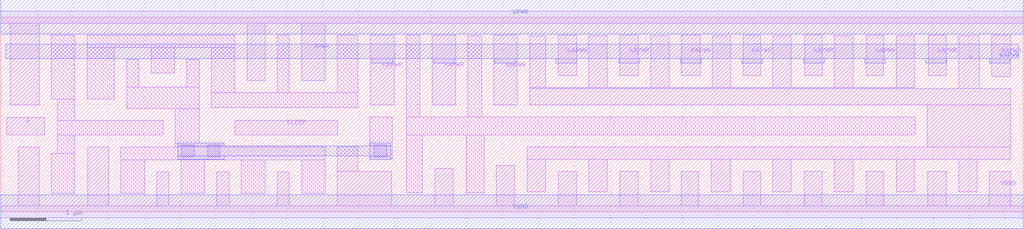
<source format=lef>
# Copyright 2020 The SkyWater PDK Authors
#
# Licensed under the Apache License, Version 2.0 (the "License");
# you may not use this file except in compliance with the License.
# You may obtain a copy of the License at
#
#     https://www.apache.org/licenses/LICENSE-2.0
#
# Unless required by applicable law or agreed to in writing, software
# distributed under the License is distributed on an "AS IS" BASIS,
# WITHOUT WARRANTIES OR CONDITIONS OF ANY KIND, either express or implied.
# See the License for the specific language governing permissions and
# limitations under the License.
#
# SPDX-License-Identifier: Apache-2.0

VERSION 5.5 ;
NAMESCASESENSITIVE ON ;
BUSBITCHARS "[]" ;
DIVIDERCHAR "/" ;
MACRO sky130_fd_sc_hd__lpflow_isobufsrckapwr_16
  CLASS CORE ;
  SOURCE USER ;
  ORIGIN  0.000000  0.000000 ;
  SIZE  14.26000 BY  2.720000 ;
  SYMMETRY X Y R90 ;
  SITE unithd ;
  PIN A
    ANTENNAGATEAREA  0.247500 ;
    DIRECTION INPUT ;
    USE SIGNAL ;
    PORT
      LAYER li1 ;
        RECT 0.085000 1.075000 0.615000 1.320000 ;
    END
  END A
  PIN SLEEP
    ANTENNAGATEAREA  0.990000 ;
    DIRECTION INPUT ;
    USE SIGNAL ;
    PORT
      LAYER li1 ;
        RECT 3.260000 1.075000 4.700000 1.275000 ;
    END
  END SLEEP
  PIN X
    ANTENNADIFFAREA  3.180800 ;
    DIRECTION OUTPUT ;
    USE SIGNAL ;
    PORT
      LAYER li1 ;
        RECT  7.340000 0.280000  7.600000 0.735000 ;
        RECT  7.340000 0.735000 14.085000 0.905000 ;
        RECT  7.375000 1.495000 14.085000 1.720000 ;
        RECT  7.375000 1.720000 12.745000 1.735000 ;
        RECT  7.375000 1.735000  7.600000 2.460000 ;
        RECT  8.200000 0.280000  8.460000 0.735000 ;
        RECT  8.200000 1.735000  8.460000 2.460000 ;
        RECT  9.060000 0.280000  9.320000 0.735000 ;
        RECT  9.060000 1.735000  9.320000 2.460000 ;
        RECT  9.905000 0.280000 10.180000 0.735000 ;
        RECT  9.920000 1.735000 10.180000 2.460000 ;
        RECT 10.765000 0.280000 11.025000 0.735000 ;
        RECT 10.765000 1.735000 11.025000 2.460000 ;
        RECT 11.625000 0.280000 11.885000 0.735000 ;
        RECT 11.625000 1.735000 11.885000 2.460000 ;
        RECT 12.485000 0.280000 12.745000 0.735000 ;
        RECT 12.485000 1.735000 12.745000 2.460000 ;
        RECT 12.920000 0.905000 14.085000 1.495000 ;
        RECT 13.355000 0.280000 13.615000 0.735000 ;
        RECT 13.355000 1.720000 13.645000 2.460000 ;
    END
  END X
  PIN KAPWR
    DIRECTION INOUT ;
    SHAPE ABUTMENT ;
    USE POWER ;
    PORT
      LAYER li1 ;
        RECT 10.350000 1.905000 10.595000 2.465000 ;
    END
    PORT
      LAYER li1 ;
        RECT 11.210000 1.905000 11.455000 2.465000 ;
    END
    PORT
      LAYER li1 ;
        RECT 12.070000 1.905000 12.315000 2.465000 ;
    END
    PORT
      LAYER li1 ;
        RECT 12.930000 1.905000 13.185000 2.465000 ;
    END
    PORT
      LAYER li1 ;
        RECT 13.815000 1.890000 14.085000 2.465000 ;
    END
    PORT
      LAYER li1 ;
        RECT 5.155000 1.495000 5.485000 2.465000 ;
    END
    PORT
      LAYER li1 ;
        RECT 6.015000 1.495000 6.345000 2.465000 ;
    END
    PORT
      LAYER li1 ;
        RECT 6.875000 1.495000 7.205000 2.465000 ;
    END
    PORT
      LAYER li1 ;
        RECT 7.770000 1.905000 8.030000 2.465000 ;
    END
    PORT
      LAYER li1 ;
        RECT 8.630000 1.905000 8.890000 2.465000 ;
    END
    PORT
      LAYER li1 ;
        RECT 9.490000 1.905000 9.750000 2.465000 ;
    END
    PORT
      LAYER met1 ;
        RECT  0.070000 2.140000 14.190000 2.340000 ;
        RECT  5.175000 2.080000  5.465000 2.140000 ;
        RECT  6.035000 2.080000  6.325000 2.140000 ;
        RECT  6.890000 2.080000  7.180000 2.140000 ;
        RECT  7.740000 2.080000  8.030000 2.140000 ;
        RECT  8.620000 2.080000  8.910000 2.140000 ;
        RECT  9.480000 2.080000  9.770000 2.140000 ;
        RECT 10.335000 2.080000 10.625000 2.140000 ;
        RECT 11.195000 2.080000 11.485000 2.140000 ;
        RECT 12.050000 2.080000 12.340000 2.140000 ;
        RECT 12.900000 2.080000 13.190000 2.140000 ;
        RECT 13.780000 2.080000 14.070000 2.140000 ;
    END
  END KAPWR
  PIN VGND
    DIRECTION INOUT ;
    SHAPE ABUTMENT ;
    USE GROUND ;
    PORT
      LAYER li1 ;
        RECT  0.000000 -0.085000 14.260000 0.085000 ;
        RECT  0.245000  0.085000  0.535000 0.905000 ;
        RECT  1.215000  0.085000  1.505000 0.905000 ;
        RECT  2.175000  0.085000  2.345000 0.555000 ;
        RECT  3.015000  0.085000  3.185000 0.555000 ;
        RECT  3.855000  0.085000  4.025000 0.555000 ;
        RECT  4.695000  0.085000  5.450000 0.565000 ;
        RECT  4.695000  0.565000  4.975000 0.905000 ;
        RECT  6.050000  0.085000  6.310000 0.610000 ;
        RECT  6.910000  0.085000  7.170000 0.645000 ;
        RECT  7.770000  0.085000  8.030000 0.565000 ;
        RECT  8.630000  0.085000  8.890000 0.565000 ;
        RECT  9.490000  0.085000  9.735000 0.565000 ;
        RECT 10.350000  0.085000 10.595000 0.565000 ;
        RECT 11.205000  0.085000 11.455000 0.565000 ;
        RECT 12.065000  0.085000 12.315000 0.565000 ;
        RECT 12.925000  0.085000 13.185000 0.565000 ;
        RECT 13.785000  0.085000 14.085000 0.565000 ;
    END
    PORT
      LAYER met1 ;
        RECT 0.000000 -0.240000 14.260000 0.240000 ;
    END
  END VGND
  PIN VPWR
    DIRECTION INOUT ;
    SHAPE ABUTMENT ;
    USE POWER ;
    PORT
      LAYER li1 ;
        RECT 0.000000 2.635000 14.260000 2.805000 ;
        RECT 0.130000 1.495000  0.535000 2.635000 ;
        RECT 3.435000 1.835000  3.685000 2.635000 ;
        RECT 4.195000 1.835000  4.525000 2.635000 ;
    END
    PORT
      LAYER met1 ;
        RECT 0.000000 2.480000 14.260000 2.960000 ;
    END
  END VPWR
  OBS
    LAYER li1 ;
      RECT 0.705000 0.255000  1.035000 0.815000 ;
      RECT 0.705000 1.575000  1.035000 2.465000 ;
      RECT 0.785000 0.815000  1.035000 1.075000 ;
      RECT 0.785000 1.075000  2.265000 1.275000 ;
      RECT 0.785000 1.275000  1.035000 1.575000 ;
      RECT 1.205000 1.575000  1.585000 2.295000 ;
      RECT 1.205000 2.295000  3.265000 2.465000 ;
      RECT 1.675000 0.255000  2.005000 0.725000 ;
      RECT 1.675000 0.725000  4.525000 0.905000 ;
      RECT 1.755000 1.445000  2.765000 1.745000 ;
      RECT 1.755000 1.745000  1.925000 2.125000 ;
      RECT 2.095000 1.935000  2.425000 2.295000 ;
      RECT 2.435000 0.905000  3.095000 0.965000 ;
      RECT 2.435000 0.965000  2.765000 1.445000 ;
      RECT 2.515000 0.255000  2.845000 0.725000 ;
      RECT 2.595000 1.745000  2.765000 2.125000 ;
      RECT 2.935000 1.455000  4.975000 1.665000 ;
      RECT 2.935000 1.665000  3.265000 2.295000 ;
      RECT 3.355000 0.255000  3.685000 0.725000 ;
      RECT 3.855000 1.665000  4.025000 2.465000 ;
      RECT 4.195000 0.255000  4.525000 0.725000 ;
      RECT 4.695000 1.665000  4.975000 2.465000 ;
      RECT 5.145000 0.735000  5.460000 1.325000 ;
      RECT 5.655000 0.265000  5.880000 1.075000 ;
      RECT 5.655000 1.075000 12.750000 1.325000 ;
      RECT 5.655000 1.325000  5.845000 2.465000 ;
      RECT 6.490000 0.265000  6.740000 1.075000 ;
      RECT 6.515000 1.325000  6.705000 2.460000 ;
    LAYER mcon ;
      RECT 2.525000 0.765000 2.695000 0.935000 ;
      RECT 2.885000 0.765000 3.055000 0.935000 ;
      RECT 5.210000 0.765000 5.380000 0.935000 ;
    LAYER met1 ;
      RECT 2.465000 0.735000 3.115000 0.780000 ;
      RECT 2.465000 0.780000 5.440000 0.920000 ;
      RECT 2.465000 0.920000 3.115000 0.965000 ;
      RECT 5.150000 0.735000 5.440000 0.780000 ;
      RECT 5.150000 0.920000 5.440000 0.965000 ;
  END
END sky130_fd_sc_hd__lpflow_isobufsrckapwr_16
END LIBRARY

</source>
